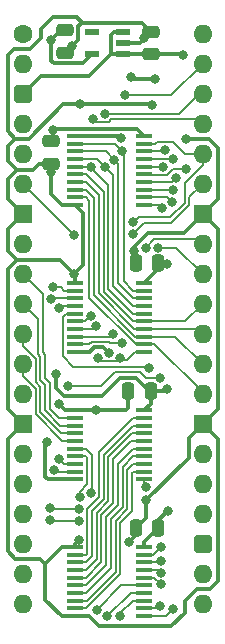
<source format=gtl>
%TF.GenerationSoftware,KiCad,Pcbnew,8.0.7*%
%TF.CreationDate,2025-01-07T17:58:54+02:00*%
%TF.ProjectId,Video Signal Dragger,56696465-6f20-4536-9967-6e616c204472,V0*%
%TF.SameCoordinates,Original*%
%TF.FileFunction,Copper,L1,Top*%
%TF.FilePolarity,Positive*%
%FSLAX46Y46*%
G04 Gerber Fmt 4.6, Leading zero omitted, Abs format (unit mm)*
G04 Created by KiCad (PCBNEW 8.0.7) date 2025-01-07 17:58:54*
%MOMM*%
%LPD*%
G01*
G04 APERTURE LIST*
G04 Aperture macros list*
%AMRoundRect*
0 Rectangle with rounded corners*
0 $1 Rounding radius*
0 $2 $3 $4 $5 $6 $7 $8 $9 X,Y pos of 4 corners*
0 Add a 4 corners polygon primitive as box body*
4,1,4,$2,$3,$4,$5,$6,$7,$8,$9,$2,$3,0*
0 Add four circle primitives for the rounded corners*
1,1,$1+$1,$2,$3*
1,1,$1+$1,$4,$5*
1,1,$1+$1,$6,$7*
1,1,$1+$1,$8,$9*
0 Add four rect primitives between the rounded corners*
20,1,$1+$1,$2,$3,$4,$5,0*
20,1,$1+$1,$4,$5,$6,$7,0*
20,1,$1+$1,$6,$7,$8,$9,0*
20,1,$1+$1,$8,$9,$2,$3,0*%
G04 Aperture macros list end*
%TA.AperFunction,SMDPad,CuDef*%
%ADD10R,1.475000X0.450000*%
%TD*%
%TA.AperFunction,ComponentPad*%
%ADD11C,1.600000*%
%TD*%
%TA.AperFunction,ComponentPad*%
%ADD12O,1.600000X1.600000*%
%TD*%
%TA.AperFunction,ComponentPad*%
%ADD13RoundRect,0.400000X-0.400000X-0.400000X0.400000X-0.400000X0.400000X0.400000X-0.400000X0.400000X0*%
%TD*%
%TA.AperFunction,ComponentPad*%
%ADD14R,1.600000X1.600000*%
%TD*%
%TA.AperFunction,SMDPad,CuDef*%
%ADD15RoundRect,0.250000X-0.475000X0.250000X-0.475000X-0.250000X0.475000X-0.250000X0.475000X0.250000X0*%
%TD*%
%TA.AperFunction,SMDPad,CuDef*%
%ADD16RoundRect,0.250000X0.250000X0.475000X-0.250000X0.475000X-0.250000X-0.475000X0.250000X-0.475000X0*%
%TD*%
%TA.AperFunction,SMDPad,CuDef*%
%ADD17RoundRect,0.250000X0.475000X-0.250000X0.475000X0.250000X-0.475000X0.250000X-0.475000X-0.250000X0*%
%TD*%
%TA.AperFunction,SMDPad,CuDef*%
%ADD18R,1.150000X0.600000*%
%TD*%
%TA.AperFunction,ViaPad*%
%ADD19C,0.800000*%
%TD*%
%TA.AperFunction,Conductor*%
%ADD20C,0.380000*%
%TD*%
%TA.AperFunction,Conductor*%
%ADD21C,0.200000*%
%TD*%
G04 APERTURE END LIST*
D10*
%TO.P,IC1,1,~{OE}*%
%TO.N,GND*%
X4428000Y-31873000D03*
%TO.P,IC1,2,D0*%
%TO.N,Vertical Blank _{HALF CYCLE}*%
X4428000Y-32523000D03*
%TO.P,IC1,3,D1*%
%TO.N,Vertical Sync _{HALF CYCLE}*%
X4428000Y-33173000D03*
%TO.P,IC1,4,D2*%
%TO.N,Horizontal Blank _{HALF CYCLE}*%
X4428000Y-33823000D03*
%TO.P,IC1,5,D3*%
%TO.N,Horizontal Sync _{HALF CYCLE}*%
X4428000Y-34473000D03*
%TO.P,IC1,6,D4*%
%TO.N,/Vertical Blank _{CYCLE 1}*%
X4428000Y-35123000D03*
%TO.P,IC1,7,D5*%
%TO.N,/Vertical Sync _{CYCLE 1}*%
X4428000Y-35773000D03*
%TO.P,IC1,8,D6*%
%TO.N,/Horizontal Blank _{CYCLE 1}*%
X4428000Y-36423000D03*
%TO.P,IC1,9,D7*%
%TO.N,/Horizontal Sync _{CYCLE 1}*%
X4428000Y-37073000D03*
%TO.P,IC1,10,GND*%
%TO.N,GND*%
X4428000Y-37723000D03*
%TO.P,IC1,11,CP*%
%TO.N,Pixel CLK*%
X10304000Y-37723000D03*
%TO.P,IC1,12,Q7*%
%TO.N,/Horizontal Sync _{CYCLE 2H}*%
X10304000Y-37073000D03*
%TO.P,IC1,13,Q6*%
%TO.N,/Horizontal Blank _{CYCLE 2H}*%
X10304000Y-36423000D03*
%TO.P,IC1,14,Q5*%
%TO.N,/Vertical Sync _{CYCLE 2H}*%
X10304000Y-35773000D03*
%TO.P,IC1,15,Q4*%
%TO.N,/Vertical Blank _{CYCLE 2H}*%
X10304000Y-35123000D03*
%TO.P,IC1,16,Q3*%
%TO.N,/Horizontal Sync _{CYCLE 1H}*%
X10304000Y-34473000D03*
%TO.P,IC1,17,Q2*%
%TO.N,/Horizontal Blank _{CYCLE 1H}*%
X10304000Y-33823000D03*
%TO.P,IC1,18,Q1*%
%TO.N,/Vertical Sync _{CYCLE 1H}*%
X10304000Y-33173000D03*
%TO.P,IC1,19,Q0*%
%TO.N,/Vertical Blank _{CYCLE 1H}*%
X10304000Y-32523000D03*
%TO.P,IC1,20,3V*%
%TO.N,/3.3V*%
X10304000Y-31873000D03*
%TD*%
%TO.P,IC4,1,~{OE}*%
%TO.N,GND*%
X4428000Y-8632000D03*
%TO.P,IC4,2,D0*%
%TO.N,Vertical Blank _{CYCLE 3H}*%
X4428000Y-9282000D03*
%TO.P,IC4,3,D1*%
%TO.N,Vertical Sync _{CYCLE 3H}*%
X4428000Y-9932000D03*
%TO.P,IC4,4,D2*%
%TO.N,Horizontal Blank _{CYCLE 3H}*%
X4428000Y-10582000D03*
%TO.P,IC4,5,D3*%
%TO.N,Horizontal Sync _{CYCLE 3H}*%
X4428000Y-11232000D03*
%TO.P,IC4,6,D4*%
%TO.N,Vertical Blank _{CYCLE 4H}*%
X4428000Y-11882000D03*
%TO.P,IC4,7,D5*%
%TO.N,Vertical Sync _{CYCLE 4H}*%
X4428000Y-12532000D03*
%TO.P,IC4,8,D6*%
%TO.N,Horizontal Blank _{CYCLE 4H}*%
X4428000Y-13182000D03*
%TO.P,IC4,9,D7*%
%TO.N,Horizontal Sync _{CYCLE 4H}*%
X4428000Y-13832000D03*
%TO.P,IC4,10,GND*%
%TO.N,GND*%
X4428000Y-14482000D03*
%TO.P,IC4,11,CP*%
%TO.N,~{Pixel CLK}*%
X10304000Y-14482000D03*
%TO.P,IC4,12,Q7*%
%TO.N,Horizontal Sync _{CYCLE 4}*%
X10304000Y-13832000D03*
%TO.P,IC4,13,Q6*%
%TO.N,Horizontal Blank _{CYCLE 4}*%
X10304000Y-13182000D03*
%TO.P,IC4,14,Q5*%
%TO.N,Vertical Sync _{CYCLE 4}*%
X10304000Y-12532000D03*
%TO.P,IC4,15,Q4*%
%TO.N,Vertical Blank _{CYCLE 4}*%
X10304000Y-11882000D03*
%TO.P,IC4,16,Q3*%
%TO.N,Horizontal Sync _{CYCLE 3}*%
X10304000Y-11232000D03*
%TO.P,IC4,17,Q2*%
%TO.N,Horizontal Blank _{CYCLE 3}*%
X10304000Y-10582000D03*
%TO.P,IC4,18,Q1*%
%TO.N,Vertical Sync _{CYCLE 3}*%
X10304000Y-9932000D03*
%TO.P,IC4,19,Q0*%
%TO.N,Vertical Blank _{CYCLE 3}*%
X10304000Y-9282000D03*
%TO.P,IC4,20,3V*%
%TO.N,/3.3V*%
X10304000Y-8632000D03*
%TD*%
D11*
%TO.P,J2,1,Pin_1*%
%TO.N,unconnected-(J2-Pin_1-Pad1)*%
X0Y0D03*
D12*
%TO.P,J2,2,Pin_2*%
%TO.N,unconnected-(J2-Pin_2-Pad2)*%
X0Y-2540000D03*
D13*
%TO.P,J2,3,Pin_3*%
%TO.N,5V*%
X0Y-5080000D03*
D12*
%TO.P,J2,4,Pin_4*%
%TO.N,unconnected-(J2-Pin_4-Pad4)*%
X0Y-7620000D03*
%TO.P,J2,5,Pin_5*%
%TO.N,unconnected-(J2-Pin_5-Pad5)*%
X0Y-10160000D03*
%TO.P,J2,6,Pin_6*%
%TO.N,Pixel CLK*%
X0Y-12700000D03*
D14*
%TO.P,J2,7,Pin_7*%
%TO.N,GND*%
X0Y-15240000D03*
D12*
%TO.P,J2,8,Pin_8*%
%TO.N,unconnected-(J2-Pin_8-Pad8)*%
X0Y-17780000D03*
%TO.P,J2,9,Pin_9*%
%TO.N,Vertical Blank _{HALF CYCLE}*%
X0Y-20320000D03*
%TO.P,J2,10,Pin_10*%
%TO.N,Vertical Sync _{HALF CYCLE}*%
X0Y-22860000D03*
%TO.P,J2,11,Pin_11*%
%TO.N,Horizontal Blank _{HALF CYCLE}*%
X0Y-25400000D03*
%TO.P,J2,12,Pin_12*%
%TO.N,Horizontal Sync _{HALF CYCLE}*%
X0Y-27940000D03*
%TO.P,J2,13,Pin_13*%
%TO.N,unconnected-(J2-Pin_13-Pad13)*%
X0Y-30480000D03*
D14*
%TO.P,J2,14,Pin_14*%
%TO.N,GND*%
X0Y-33020000D03*
D12*
%TO.P,J2,15,Pin_15*%
%TO.N,~{Pixel CLK}*%
X0Y-35560000D03*
%TO.P,J2,16,Pin_16*%
%TO.N,unconnected-(J2-Pin_16-Pad16)*%
X0Y-38100000D03*
%TO.P,J2,17,Pin_17*%
%TO.N,unconnected-(J2-Pin_17-Pad17)*%
X0Y-40640000D03*
%TO.P,J2,18,Pin_18*%
%TO.N,unconnected-(J2-Pin_18-Pad18)*%
X0Y-43180000D03*
%TO.P,J2,19,Pin_19*%
%TO.N,unconnected-(J2-Pin_19-Pad19)*%
X0Y-45720000D03*
%TO.P,J2,20,Pin_20*%
%TO.N,unconnected-(J2-Pin_20-Pad20)*%
X0Y-48260000D03*
%TO.P,J2,21,Pin_21*%
%TO.N,unconnected-(J2-Pin_21-Pad21)*%
X15240000Y-48260000D03*
%TO.P,J2,22,Pin_22*%
%TO.N,Horizontal Sync _{CYCLE 4}*%
X15240000Y-45720000D03*
D13*
%TO.P,J2,23,Pin_23*%
%TO.N,5V*%
X15240000Y-43180000D03*
D12*
%TO.P,J2,24,Pin_24*%
%TO.N,Horizontal Blank _{CYCLE 4}*%
X15240000Y-40640000D03*
%TO.P,J2,25,Pin_25*%
%TO.N,Vertical Sync _{CYCLE 4}*%
X15240000Y-38100000D03*
%TO.P,J2,26,Pin_26*%
%TO.N,Vertical Blank _{CYCLE 4}*%
X15240000Y-35560000D03*
D14*
%TO.P,J2,27,Pin_27*%
%TO.N,GND*%
X15240000Y-33020000D03*
D12*
%TO.P,J2,28,Pin_28*%
%TO.N,Horizontal Sync _{CYCLE 4H}*%
X15240000Y-30480000D03*
%TO.P,J2,29,Pin_29*%
%TO.N,Horizontal Blank _{CYCLE 4H}*%
X15240000Y-27940000D03*
%TO.P,J2,30,Pin_30*%
%TO.N,Vertical Sync _{CYCLE 4H}*%
X15240000Y-25400000D03*
%TO.P,J2,31,Pin_31*%
%TO.N,Vertical Blank _{CYCLE 4H}*%
X15240000Y-22860000D03*
%TO.P,J2,32,Pin_32*%
%TO.N,Horizontal Sync _{CYCLE 3}*%
X15240000Y-20320000D03*
%TO.P,J2,33,Pin_33*%
%TO.N,Horizontal Blank _{CYCLE 3}*%
X15240000Y-17780000D03*
D14*
%TO.P,J2,34,Pin_34*%
%TO.N,GND*%
X15240000Y-15240000D03*
D12*
%TO.P,J2,35,Pin_35*%
%TO.N,Vertical Sync _{CYCLE 3}*%
X15240000Y-12700000D03*
%TO.P,J2,36,Pin_36*%
%TO.N,Vertical Blank _{CYCLE 3}*%
X15240000Y-10160000D03*
%TO.P,J2,37,Pin_37*%
%TO.N,Horizontal Sync _{CYCLE 3H}*%
X15240000Y-7620000D03*
%TO.P,J2,38,Pin_38*%
%TO.N,Horizontal Blank _{CYCLE 3H}*%
X15240000Y-5080000D03*
%TO.P,J2,39,Pin_39*%
%TO.N,Vertical Sync _{CYCLE 3H}*%
X15240000Y-2540000D03*
%TO.P,J2,40,Pin_40*%
%TO.N,Vertical Blank _{CYCLE 3H}*%
X15240000Y0D03*
%TD*%
D15*
%TO.P,C4,1*%
%TO.N,/3.3V*%
X2413000Y-9099000D03*
%TO.P,C4,2*%
%TO.N,GND*%
X2413000Y-10999000D03*
%TD*%
D16*
%TO.P,C3,1*%
%TO.N,/3.3V*%
X11475000Y-19431000D03*
%TO.P,C3,2*%
%TO.N,GND*%
X9575000Y-19431000D03*
%TD*%
%TO.P,C2,1*%
%TO.N,/3.3V*%
X11475000Y-41816692D03*
%TO.P,C2,2*%
%TO.N,GND*%
X9575000Y-41816692D03*
%TD*%
D10*
%TO.P,IC2,1,~{OE}*%
%TO.N,GND*%
X4428000Y-43442292D03*
%TO.P,IC2,2,D0*%
%TO.N,/Vertical Blank _{CYCLE 1H}*%
X4428000Y-44092292D03*
%TO.P,IC2,3,D1*%
%TO.N,/Vertical Sync _{CYCLE 1H}*%
X4428000Y-44742292D03*
%TO.P,IC2,4,D2*%
%TO.N,/Horizontal Blank _{CYCLE 1H}*%
X4428000Y-45392292D03*
%TO.P,IC2,5,D3*%
%TO.N,/Horizontal Sync _{CYCLE 1H}*%
X4428000Y-46042292D03*
%TO.P,IC2,6,D4*%
%TO.N,/Vertical Blank _{CYCLE 2H}*%
X4428000Y-46692292D03*
%TO.P,IC2,7,D5*%
%TO.N,/Vertical Sync _{CYCLE 2H}*%
X4428000Y-47342292D03*
%TO.P,IC2,8,D6*%
%TO.N,/Horizontal Blank _{CYCLE 2H}*%
X4428000Y-47992292D03*
%TO.P,IC2,9,D7*%
%TO.N,/Horizontal Sync _{CYCLE 2H}*%
X4428000Y-48642292D03*
%TO.P,IC2,10,GND*%
%TO.N,GND*%
X4428000Y-49292292D03*
%TO.P,IC2,11,CP*%
%TO.N,~{Pixel CLK}*%
X10304000Y-49292292D03*
%TO.P,IC2,12,Q7*%
%TO.N,/Horizontal Sync _{CYCLE 2}*%
X10304000Y-48642292D03*
%TO.P,IC2,13,Q6*%
%TO.N,/Horizontal Blank _{CYCLE 2}*%
X10304000Y-47992292D03*
%TO.P,IC2,14,Q5*%
%TO.N,/Vertical Sync _{CYCLE 2}*%
X10304000Y-47342292D03*
%TO.P,IC2,15,Q4*%
%TO.N,/Vertical Blank _{CYCLE 2}*%
X10304000Y-46692292D03*
%TO.P,IC2,16,Q3*%
%TO.N,/Horizontal Sync _{CYCLE 1}*%
X10304000Y-46042292D03*
%TO.P,IC2,17,Q2*%
%TO.N,/Horizontal Blank _{CYCLE 1}*%
X10304000Y-45392292D03*
%TO.P,IC2,18,Q1*%
%TO.N,/Vertical Sync _{CYCLE 1}*%
X10304000Y-44742292D03*
%TO.P,IC2,19,Q0*%
%TO.N,/Vertical Blank _{CYCLE 1}*%
X10304000Y-44092292D03*
%TO.P,IC2,20,3V*%
%TO.N,/3.3V*%
X10304000Y-43442292D03*
%TD*%
D16*
%TO.P,C1,1*%
%TO.N,/3.3V*%
X10840000Y-30226000D03*
%TO.P,C1,2*%
%TO.N,GND*%
X8940000Y-30226000D03*
%TD*%
D15*
%TO.P,C9,1*%
%TO.N,/3.3V*%
X3602000Y301167D03*
%TO.P,C9,2*%
%TO.N,GND*%
X3602000Y-1598833D03*
%TD*%
D17*
%TO.P,C8,1*%
%TO.N,5V*%
X10866400Y-1719233D03*
%TO.P,C8,2*%
%TO.N,GND*%
X10866400Y180767D03*
%TD*%
D10*
%TO.P,IC3,1,~{OE}*%
%TO.N,GND*%
X4428000Y-21078000D03*
%TO.P,IC3,2,D0*%
%TO.N,/Vertical Blank _{CYCLE 2}*%
X4428000Y-21728000D03*
%TO.P,IC3,3,D1*%
%TO.N,/Vertical Sync _{CYCLE 2}*%
X4428000Y-22378000D03*
%TO.P,IC3,4,D2*%
%TO.N,/Horizontal Blank _{CYCLE 2}*%
X4428000Y-23028000D03*
%TO.P,IC3,5,D3*%
%TO.N,/Horizontal Sync _{CYCLE 2}*%
X4428000Y-23678000D03*
%TO.P,IC3,6,D4*%
%TO.N,Vertical Blank _{CYCLE 3}*%
X4428000Y-24328000D03*
%TO.P,IC3,7,D5*%
%TO.N,Vertical Sync _{CYCLE 3}*%
X4428000Y-24978000D03*
%TO.P,IC3,8,D6*%
%TO.N,Horizontal Blank _{CYCLE 3}*%
X4428000Y-25628000D03*
%TO.P,IC3,9,D7*%
%TO.N,Horizontal Sync _{CYCLE 3}*%
X4428000Y-26278000D03*
%TO.P,IC3,10,GND*%
%TO.N,GND*%
X4428000Y-26928000D03*
%TO.P,IC3,11,CP*%
%TO.N,Pixel CLK*%
X10304000Y-26928000D03*
%TO.P,IC3,12,Q7*%
%TO.N,Horizontal Sync _{CYCLE 4H}*%
X10304000Y-26278000D03*
%TO.P,IC3,13,Q6*%
%TO.N,Horizontal Blank _{CYCLE 4H}*%
X10304000Y-25628000D03*
%TO.P,IC3,14,Q5*%
%TO.N,Vertical Sync _{CYCLE 4H}*%
X10304000Y-24978000D03*
%TO.P,IC3,15,Q4*%
%TO.N,Vertical Blank _{CYCLE 4H}*%
X10304000Y-24328000D03*
%TO.P,IC3,16,Q3*%
%TO.N,Horizontal Sync _{CYCLE 3H}*%
X10304000Y-23678000D03*
%TO.P,IC3,17,Q2*%
%TO.N,Horizontal Blank _{CYCLE 3H}*%
X10304000Y-23028000D03*
%TO.P,IC3,18,Q1*%
%TO.N,Vertical Sync _{CYCLE 3H}*%
X10304000Y-22378000D03*
%TO.P,IC3,19,Q0*%
%TO.N,Vertical Blank _{CYCLE 3H}*%
X10304000Y-21728000D03*
%TO.P,IC3,20,3V*%
%TO.N,/3.3V*%
X10304000Y-21078000D03*
%TD*%
D18*
%TO.P,IC5,1,6VIn*%
%TO.N,5V*%
X8458000Y-1709833D03*
%TO.P,IC5,2,GND*%
%TO.N,GND*%
X8458000Y-759833D03*
%TO.P,IC5,3,EN*%
%TO.N,5V*%
X8458000Y190167D03*
%TO.P,IC5,4,ADJ*%
%TO.N,unconnected-(IC5-ADJ-Pad4)*%
X5858000Y190167D03*
%TO.P,IC5,5,3.3VOut*%
%TO.N,/3.3V*%
X5858000Y-1709833D03*
%TD*%
D19*
%TO.N,/3.3V*%
X12239998Y-30067653D03*
X2413000Y-507996D03*
X12276000Y-40386002D03*
X2540000Y-8128000D03*
X12199815Y-19447610D03*
X2790000Y-28829000D03*
%TO.N,/Vertical Blank _{CYCLE 1}*%
X5752036Y-38865559D03*
X11727000Y-43446290D03*
%TO.N,/Vertical Sync _{CYCLE 1}*%
X11701036Y-44607355D03*
X4826000Y-39243000D03*
%TO.N,/Horizontal Blank _{CYCLE 1}*%
X2357002Y-40102051D03*
X3065241Y-35960592D03*
X11683967Y-45607212D03*
X4753390Y-40240362D03*
%TO.N,/Horizontal Sync _{CYCLE 1}*%
X4764853Y-41240298D03*
X11684000Y-46607214D03*
X2286000Y-41148000D03*
X2694561Y-36889355D03*
%TO.N,GND*%
X11176000Y-3810000D03*
X10439998Y-39497000D03*
X9144000Y-3682994D03*
X7306179Y-27012207D03*
X4764000Y-42811288D03*
X9407213Y-18344187D03*
X4826000Y-5969000D03*
X6229808Y-31873000D03*
X4367448Y-20320022D03*
X10287000Y-381000D03*
X8305008Y-8807000D03*
X9002394Y-43014347D03*
X3048000Y-31369000D03*
X2413000Y-11684000D03*
X2032000Y-34544000D03*
X4191000Y-1016000D03*
X10961004Y-6008004D03*
X13795992Y-8889992D03*
%TO.N,5V*%
X13589000Y-1778000D03*
%TO.N,Pixel CLK*%
X4318000Y-17018008D03*
X10414000Y-38354000D03*
X6350000Y-27432000D03*
X8255000Y-27432000D03*
%TO.N,~{Pixel CLK}*%
X11660183Y-29112796D03*
X3810000Y-29845000D03*
X11763178Y-14710228D03*
X12739391Y-48713194D03*
%TO.N,Vertical Blank _{CYCLE 3}*%
X9377823Y-15946996D03*
X5767448Y-23853095D03*
%TO.N,Vertical Sync _{CYCLE 3}*%
X9349365Y-16965405D03*
X6190953Y-24758992D03*
X12063916Y-9844000D03*
%TO.N,Horizontal Blank _{CYCLE 3}*%
X12746281Y-10575015D03*
X10405247Y-18158224D03*
X7684649Y-25445266D03*
%TO.N,Horizontal Sync _{CYCLE 3}*%
X11490750Y-18101501D03*
X11913640Y-11275015D03*
X8382000Y-26162000D03*
%TO.N,Horizontal Sync _{CYCLE 3H}*%
X5969000Y-7227002D03*
X5772163Y-11299210D03*
%TO.N,Horizontal Blank _{CYCLE 3H}*%
X6982412Y-11305234D03*
X6985000Y-6759000D03*
%TO.N,Vertical Sync _{CYCLE 3H}*%
X7739674Y-10652120D03*
X8636000Y-5178994D03*
%TO.N,Vertical Blank _{CYCLE 3H}*%
X8446782Y-9945011D03*
%TO.N,Horizontal Sync _{CYCLE 4}*%
X12627778Y-14203917D03*
%TO.N,Horizontal Blank _{CYCLE 4}*%
X12699852Y-13206221D03*
%TO.N,Vertical Sync _{CYCLE 4}*%
X13001133Y-12171409D03*
%TO.N,Vertical Blank _{CYCLE 4}*%
X13861876Y-11451907D03*
%TO.N,/Horizontal Sync _{CYCLE 2}*%
X10668000Y-28321000D03*
X11620685Y-48475165D03*
%TO.N,/Horizontal Blank _{CYCLE 2}*%
X3101375Y-23233295D03*
X8285147Y-49325000D03*
%TO.N,/Vertical Sync _{CYCLE 2}*%
X7186581Y-49325000D03*
X2413000Y-22454479D03*
%TO.N,/Vertical Blank _{CYCLE 2}*%
X2540000Y-21463000D03*
X6306914Y-48751684D03*
%TD*%
D20*
%TO.N,GND*%
X-1270000Y-8255000D02*
X-635000Y-8890000D01*
X-1270000Y-1778000D02*
X-1270000Y-8255000D01*
X-762000Y-1270000D02*
X-1270000Y-1778000D01*
X635000Y-1270000D02*
X-762000Y-1270000D01*
X1524000Y381000D02*
X1524000Y-381000D01*
X2540000Y1397000D02*
X1524000Y381000D01*
X1524000Y-381000D02*
X635000Y-1270000D01*
X4579767Y1397000D02*
X2540000Y1397000D01*
X5029000Y947767D02*
X4579767Y1397000D01*
X5604292Y-49292292D02*
X4428000Y-49292292D01*
X6477000Y-50165000D02*
X5604292Y-49292292D01*
X12573000Y-50165000D02*
X6477000Y-50165000D01*
X13716000Y-49022000D02*
X12573000Y-50165000D01*
X13716000Y-48006000D02*
X13716000Y-49022000D01*
X14732000Y-46990000D02*
X13716000Y-48006000D01*
X15875000Y-46990000D02*
X14732000Y-46990000D01*
X16510000Y-46355000D02*
X15875000Y-46990000D01*
X16510000Y-34290000D02*
X16510000Y-46355000D01*
X15240000Y-33020000D02*
X16510000Y-34290000D01*
D21*
%TO.N,/Horizontal Blank _{CYCLE 2H}*%
X7874000Y-41234863D02*
X7874000Y-45558251D01*
X8866495Y-36923005D02*
X8866495Y-40242367D01*
X10304000Y-36423000D02*
X9366500Y-36423000D01*
%TO.N,/Horizontal Sync _{CYCLE 2H}*%
X9266524Y-37172976D02*
X9366500Y-37073000D01*
%TO.N,/Horizontal Blank _{CYCLE 2H}*%
X5439959Y-47992292D02*
X4428000Y-47992292D01*
%TO.N,/Horizontal Sync _{CYCLE 2H}*%
X9266524Y-40408025D02*
X9266524Y-37172976D01*
X8274000Y-41400549D02*
X9266524Y-40408025D01*
X5365500Y-48642292D02*
X8274000Y-45733792D01*
%TO.N,/Vertical Blank _{CYCLE 2}*%
X10304000Y-46692292D02*
X8366306Y-46692292D01*
%TO.N,/Vertical Sync _{CYCLE 2}*%
X10304000Y-47342292D02*
X9169289Y-47342292D01*
%TO.N,/Horizontal Blank _{CYCLE 2}*%
X9308171Y-47992292D02*
X8285147Y-49015316D01*
X8285147Y-49015316D02*
X8285147Y-49325000D01*
%TO.N,/Horizontal Sync _{CYCLE 2H}*%
X9366500Y-37073000D02*
X10304000Y-37073000D01*
%TO.N,/Horizontal Blank _{CYCLE 2H}*%
X8866495Y-40242367D02*
X7874000Y-41234863D01*
%TO.N,/Horizontal Sync _{CYCLE 2H}*%
X8274000Y-45733792D02*
X8274000Y-41400549D01*
%TO.N,/Vertical Sync _{CYCLE 2}*%
X9169289Y-47342292D02*
X7186581Y-49325000D01*
%TO.N,/Horizontal Blank _{CYCLE 2}*%
X10304000Y-47992292D02*
X9308171Y-47992292D01*
%TO.N,/Horizontal Blank _{CYCLE 2H}*%
X7874000Y-45558251D02*
X5439959Y-47992292D01*
%TO.N,/Horizontal Sync _{CYCLE 2H}*%
X4428000Y-48642292D02*
X5365500Y-48642292D01*
%TO.N,/Horizontal Blank _{CYCLE 2H}*%
X9366500Y-36423000D02*
X8866495Y-36923005D01*
%TO.N,/Vertical Blank _{CYCLE 2}*%
X8366306Y-46692292D02*
X6306914Y-48751684D01*
D20*
%TO.N,GND*%
X1507208Y-44450000D02*
X1905000Y-44847792D01*
X-635000Y-44450000D02*
X1507208Y-44450000D01*
X-1270000Y-34290000D02*
X-1270000Y-43815000D01*
X-1270000Y-43815000D02*
X-635000Y-44450000D01*
X0Y-33020000D02*
X-1270000Y-34290000D01*
X16510000Y-16510000D02*
X15240000Y-15240000D01*
X16510000Y-31750000D02*
X16510000Y-16510000D01*
X15240000Y-33020000D02*
X16510000Y-31750000D01*
X15747992Y-8889992D02*
X13795992Y-8889992D01*
X16510000Y-9652000D02*
X15747992Y-8889992D01*
X15240000Y-15240000D02*
X16510000Y-13970000D01*
X16510000Y-13970000D02*
X16510000Y-9652000D01*
X508000Y-8890000D02*
X3429000Y-5969000D01*
X-635000Y-8890000D02*
X508000Y-8890000D01*
X-1270000Y-9525000D02*
X-635000Y-8890000D01*
X-1270000Y-10748000D02*
X-1270000Y-9525000D01*
X3429000Y-5969000D02*
X4826000Y-5969000D01*
X-508000Y-11510000D02*
X-1270000Y-10748000D01*
X-1270000Y-12272000D02*
X-508000Y-11510000D01*
X0Y-15240000D02*
X-1270000Y-13970000D01*
X-1270000Y-13970000D02*
X-1270000Y-12272000D01*
X-1270000Y-18368000D02*
X-508000Y-19130000D01*
X-1270000Y-16510000D02*
X-1270000Y-18368000D01*
X0Y-15240000D02*
X-1270000Y-16510000D01*
X-1270000Y-31750000D02*
X0Y-33020000D01*
X-1270000Y-19892000D02*
X-1270000Y-31750000D01*
X-508000Y-19130000D02*
X-1270000Y-19892000D01*
%TO.N,/3.3V*%
X5858000Y-1709833D02*
X5079000Y-2488833D01*
X10693771Y-30226000D02*
X9578771Y-29111000D01*
X11475000Y-41816692D02*
X11475000Y-41187002D01*
X8227000Y-29111000D02*
X6703000Y-30635000D01*
X5079000Y-2488833D02*
X2615833Y-2488833D01*
X2651000Y-8017000D02*
X2540000Y-8128000D01*
X10304000Y-42987692D02*
X11475000Y-41816692D01*
X6703000Y-30635000D02*
X3482771Y-30635000D01*
X10840000Y-31324000D02*
X10840000Y-30689000D01*
X10304000Y-31860000D02*
X10840000Y-31324000D01*
X11475000Y-41187002D02*
X12276000Y-40386002D01*
X3482771Y-30635000D02*
X2790000Y-29942229D01*
X12081645Y-30226006D02*
X12239998Y-30067653D01*
X10304000Y-43442292D02*
X10304000Y-42987692D01*
X2615833Y-2488833D02*
X2413000Y-2286000D01*
X10304000Y-8632000D02*
X9689000Y-8017000D01*
X3222163Y301167D02*
X2413000Y-507996D01*
X2413000Y-2286000D02*
X2413000Y-507996D01*
X11475000Y-19431000D02*
X12183205Y-19431000D01*
X12183205Y-19431000D02*
X12199815Y-19447610D01*
X10840006Y-30226006D02*
X12081645Y-30226006D01*
X9578771Y-29111000D02*
X8227000Y-29111000D01*
X10304000Y-21078000D02*
X11475000Y-19907000D01*
X2790000Y-29942229D02*
X2790000Y-28829000D01*
X2540000Y-8972000D02*
X2540000Y-8128000D01*
X9689000Y-8017000D02*
X2651000Y-8017000D01*
D21*
%TO.N,/Vertical Blank _{CYCLE 1}*%
X11080998Y-44092292D02*
X11727000Y-43446290D01*
X5865500Y-35623000D02*
X5865500Y-38752095D01*
X5365500Y-35123000D02*
X5865500Y-35623000D01*
X10304000Y-44092292D02*
X11080998Y-44092292D01*
X5865500Y-38752095D02*
X5752036Y-38865559D01*
X4428000Y-35123000D02*
X5365500Y-35123000D01*
%TO.N,/Vertical Sync _{CYCLE 1}*%
X5465500Y-38128823D02*
X4826000Y-38768323D01*
X5365500Y-35773000D02*
X5465500Y-35873000D01*
X11566099Y-44742292D02*
X11701036Y-44607355D01*
X4428000Y-35773000D02*
X5365500Y-35773000D01*
X5465500Y-35873000D02*
X5465500Y-38128823D01*
X4826000Y-38768323D02*
X4826000Y-39243000D01*
X10304000Y-44742292D02*
X11566099Y-44742292D01*
%TO.N,/Horizontal Blank _{CYCLE 1}*%
X4428000Y-36423000D02*
X3527649Y-36423000D01*
X3527649Y-36423000D02*
X3065241Y-35960592D01*
X11469047Y-45392292D02*
X11683967Y-45607212D01*
X2357002Y-40102051D02*
X2495313Y-40240362D01*
X10304000Y-45392292D02*
X11469047Y-45392292D01*
X2495313Y-40240362D02*
X4753390Y-40240362D01*
%TO.N,/Horizontal Sync _{CYCLE 1}*%
X4428000Y-37073000D02*
X2878206Y-37073000D01*
X2378298Y-41240298D02*
X4764853Y-41240298D01*
X11119078Y-46042292D02*
X11684000Y-46607214D01*
X2286000Y-41148000D02*
X2378298Y-41240298D01*
X2878206Y-37073000D02*
X2694561Y-36889355D01*
X10304000Y-46042292D02*
X11119078Y-46042292D01*
%TO.N,/Horizontal Sync _{CYCLE 1H}*%
X7666495Y-39745310D02*
X6665500Y-40746305D01*
X7666495Y-36021506D02*
X7666495Y-39745310D01*
X9215001Y-34473000D02*
X7666495Y-36021506D01*
X6665500Y-44742292D02*
X5365500Y-46042292D01*
X6665500Y-40746305D02*
X6665500Y-44742292D01*
X5365500Y-46042292D02*
X4428000Y-46042292D01*
X10304000Y-34473000D02*
X9215001Y-34473000D01*
%TO.N,/Horizontal Blank _{CYCLE 1H}*%
X6265500Y-44492292D02*
X5365500Y-45392292D01*
X9299315Y-33823000D02*
X7266495Y-35855820D01*
X5365500Y-45392292D02*
X4428000Y-45392292D01*
X7266495Y-39579624D02*
X6265500Y-40580619D01*
X7266495Y-35855820D02*
X7266495Y-39579624D01*
X10304000Y-33823000D02*
X9299315Y-33823000D01*
X6265500Y-40580619D02*
X6265500Y-44492292D01*
%TO.N,/Vertical Sync _{CYCLE 1H}*%
X5865500Y-40414933D02*
X5865500Y-44242292D01*
X9366500Y-33173000D02*
X6866495Y-35673005D01*
X6866495Y-35673005D02*
X6866495Y-39413938D01*
X6866495Y-39413938D02*
X5865500Y-40414933D01*
X5865500Y-44242292D02*
X5365500Y-44742292D01*
X5365500Y-44742292D02*
X4428000Y-44742292D01*
X10304000Y-33173000D02*
X9366500Y-33173000D01*
%TO.N,/Vertical Blank _{CYCLE 1H}*%
X9366500Y-32523000D02*
X6466495Y-35423005D01*
X6466495Y-39248252D02*
X5465500Y-40249247D01*
X5465500Y-40249247D02*
X5465500Y-43992292D01*
X5365500Y-44092292D02*
X4428000Y-44092292D01*
X6466495Y-35423005D02*
X6466495Y-39248252D01*
X10304000Y-32523000D02*
X9366500Y-32523000D01*
X5465500Y-43992292D02*
X5365500Y-44092292D01*
D20*
%TO.N,GND*%
X8458000Y-759833D02*
X9925800Y-759833D01*
X3310500Y-49292292D02*
X4428000Y-49292292D01*
X10099400Y947767D02*
X5029000Y947767D01*
X4191000Y-1016000D02*
X4184833Y-1016000D01*
X4428000Y-14482000D02*
X5136000Y-15190000D01*
X4428000Y-8632000D02*
X8130008Y-8632000D01*
X1905000Y-37508197D02*
X1905000Y-34671000D01*
X4424000Y-37719000D02*
X2115803Y-37719000D01*
X3310500Y-43442292D02*
X1905000Y-44847792D01*
X10287000Y-381000D02*
X10304633Y-381000D01*
X10475992Y-39497000D02*
X10439998Y-39497000D01*
X4428000Y-43147288D02*
X4764000Y-42811288D01*
X4428000Y-31873000D02*
X6229808Y-31873000D01*
X8940000Y-30226000D02*
X8940000Y-31686164D01*
X2413000Y-10999000D02*
X1353000Y-10999000D01*
X6083651Y-26544000D02*
X6837972Y-26544000D01*
X3552000Y-31873000D02*
X3048000Y-31369000D01*
X4191000Y-1009833D02*
X4191000Y-1016000D01*
X9271006Y-3810000D02*
X11176000Y-3810000D01*
X14050000Y-34210000D02*
X14050000Y-35922992D01*
X9407213Y-18024787D02*
X9407213Y-18344187D01*
X4428000Y-20380574D02*
X4367448Y-20320022D01*
X9575000Y-41816692D02*
X9575000Y-42441741D01*
X8783164Y-31873000D02*
X8955000Y-31701164D01*
X2413000Y-11684000D02*
X2413000Y-10999000D01*
X6229808Y-31873000D02*
X8783164Y-31873000D01*
X4717000Y635767D02*
X4717000Y-483833D01*
X5136000Y-15190000D02*
X5136000Y-19551470D01*
X6837972Y-26544000D02*
X7306179Y-27012207D01*
X5699651Y-26928000D02*
X6083651Y-26544000D01*
X10304633Y-381000D02*
X10866400Y180767D01*
X15240000Y-33020000D02*
X14050000Y-34210000D01*
X2413000Y-13559500D02*
X2413000Y-11684000D01*
X4428000Y-31873000D02*
X3552000Y-31873000D01*
X-508000Y-19130000D02*
X3177426Y-19130000D01*
X10922000Y-5969000D02*
X10961004Y-6008004D01*
X8130008Y-8632000D02*
X8305008Y-8807000D01*
X5136000Y-19551470D02*
X4367448Y-20320022D01*
X4717000Y-483833D02*
X4191000Y-1009833D01*
X4428000Y-43442292D02*
X3310500Y-43442292D01*
X1353000Y-10999000D02*
X842000Y-11510000D01*
X10594771Y-16837229D02*
X9407213Y-18024787D01*
X9407213Y-19263213D02*
X9407213Y-18344187D01*
X3177426Y-19130000D02*
X4367448Y-20320022D01*
X9144000Y-3682994D02*
X9271006Y-3810000D01*
X4428000Y-26928000D02*
X5699651Y-26928000D01*
X8940000Y-31686164D02*
X8955000Y-31701164D01*
X13642771Y-16837229D02*
X10594771Y-16837229D01*
X3335500Y-14482000D02*
X2413000Y-13559500D01*
X9575000Y-41816692D02*
X10439998Y-40951694D01*
X842000Y-11510000D02*
X-508000Y-11510000D01*
X10866400Y180767D02*
X10099400Y947767D01*
X4428000Y-21078000D02*
X4428000Y-20380574D01*
X1905000Y-34671000D02*
X2032000Y-34544000D01*
X5029000Y947767D02*
X4717000Y635767D01*
X4428000Y-43442292D02*
X4428000Y-43147288D01*
X14050000Y-35922992D02*
X10475992Y-39497000D01*
X9575000Y-42441741D02*
X9002394Y-43014347D01*
X1905000Y-47886792D02*
X3310500Y-49292292D01*
X15240000Y-15240000D02*
X13642771Y-16837229D01*
X4826000Y-5969000D02*
X10922000Y-5969000D01*
X2115803Y-37719000D02*
X1905000Y-37508197D01*
X10439998Y-40951694D02*
X10439998Y-39497000D01*
X9925800Y-759833D02*
X10287000Y-398633D01*
X10287000Y-398633D02*
X10287000Y-381000D01*
X1905000Y-44847792D02*
X1905000Y-47886792D01*
X4428000Y-14482000D02*
X3335500Y-14482000D01*
X4184833Y-1016000D02*
X3602000Y-1598833D01*
%TO.N,5V*%
X7753000Y190167D02*
X7493000Y-69833D01*
X8458000Y-1709833D02*
X7491334Y-1709833D01*
X1524000Y-3556000D02*
X5645167Y-3556000D01*
X7491334Y-1709833D02*
X7433667Y-1767500D01*
X8458000Y190167D02*
X7753000Y190167D01*
X0Y-5080000D02*
X1524000Y-3556000D01*
X5645167Y-3556000D02*
X7433667Y-1767500D01*
X10866400Y-1719233D02*
X13530233Y-1719233D01*
X7493000Y-69833D02*
X7493000Y-1708167D01*
X13530233Y-1719233D02*
X13589000Y-1778000D01*
X7493000Y-1708167D02*
X7433667Y-1767500D01*
X10866400Y-1719233D02*
X8467400Y-1719233D01*
D21*
%TO.N,Vertical Blank _{HALF CYCLE}*%
X1712992Y-22032992D02*
X1712992Y-26965986D01*
X2300002Y-29527310D02*
X2300002Y-31717944D01*
X0Y-20320000D02*
X1712992Y-22032992D01*
X1900000Y-27152995D02*
X1900000Y-29127308D01*
X1900000Y-29127308D02*
X2300002Y-29527310D01*
X3105058Y-32523000D02*
X4428000Y-32523000D01*
X2300002Y-31717944D02*
X3105058Y-32523000D01*
X1712992Y-26965986D02*
X1900000Y-27152995D01*
%TO.N,Vertical Sync _{HALF CYCLE}*%
X1312992Y-27131671D02*
X1500000Y-27318680D01*
X1500000Y-27318680D02*
X1500000Y-29292994D01*
X1900002Y-31883630D02*
X3189372Y-33173000D01*
X1900002Y-29692996D02*
X1900002Y-31883630D01*
X1500000Y-29292994D02*
X1900002Y-29692996D01*
X3189372Y-33173000D02*
X4428000Y-33173000D01*
X1312992Y-24172992D02*
X1312992Y-27131671D01*
X0Y-22860000D02*
X1312992Y-24172992D01*
%TO.N,Horizontal Blank _{HALF CYCLE}*%
X1500000Y-29858680D02*
X1500000Y-32049314D01*
X1100000Y-27484365D02*
X1100000Y-29458680D01*
X1500000Y-32049314D02*
X3273686Y-33823000D01*
X0Y-26384365D02*
X1100000Y-27484365D01*
X3273686Y-33823000D02*
X4428000Y-33823000D01*
X0Y-25400000D02*
X0Y-26384365D01*
X1100000Y-29458680D02*
X1500000Y-29858680D01*
%TO.N,Horizontal Sync _{HALF CYCLE}*%
X3358000Y-34473000D02*
X4428000Y-34473000D01*
X1100000Y-32215000D02*
X3358000Y-34473000D01*
X0Y-28924365D02*
X1100000Y-30024365D01*
X1100000Y-30024365D02*
X1100000Y-32215000D01*
X0Y-27940000D02*
X0Y-28924365D01*
%TO.N,Pixel CLK*%
X10304000Y-26928000D02*
X9521000Y-26928000D01*
X0Y-12700000D02*
X4318000Y-17018000D01*
X4318000Y-17018000D02*
X4318000Y-17018008D01*
X10304000Y-38244000D02*
X10414000Y-38354000D01*
X9521000Y-26928000D02*
X8829607Y-27619393D01*
X8829607Y-27619393D02*
X8442393Y-27619393D01*
X8442393Y-27619393D02*
X8255000Y-27432000D01*
X7966226Y-27720774D02*
X6638774Y-27720774D01*
X6638774Y-27720774D02*
X6350000Y-27432000D01*
X8255000Y-27432000D02*
X7966226Y-27720774D01*
X10304000Y-37723000D02*
X10304000Y-38244000D01*
%TO.N,~{Pixel CLK}*%
X9978050Y-28621000D02*
X7828000Y-28621000D01*
X10469846Y-29112796D02*
X9978050Y-28621000D01*
X12160293Y-49292292D02*
X12739391Y-48713194D01*
X6604000Y-29845000D02*
X3810000Y-29845000D01*
X10304000Y-49292292D02*
X12160293Y-49292292D01*
X11534950Y-14482000D02*
X11763178Y-14710228D01*
X10304000Y-14482000D02*
X11534950Y-14482000D01*
X7828000Y-28621000D02*
X6604000Y-29845000D01*
X11660183Y-29112796D02*
X10469846Y-29112796D01*
%TO.N,Vertical Blank _{CYCLE 3}*%
X11241500Y-9282000D02*
X11379500Y-9144000D01*
X15240000Y-11076123D02*
X13716000Y-12600123D01*
X13716000Y-12600123D02*
X13716000Y-14293314D01*
X13742050Y-10160000D02*
X15240000Y-10160000D01*
X12726050Y-9144000D02*
X13742050Y-10160000D01*
X10304000Y-9282000D02*
X11241500Y-9282000D01*
X9830819Y-15494000D02*
X9377823Y-15946996D01*
X11379500Y-9144000D02*
X12726050Y-9144000D01*
X5292543Y-24328000D02*
X5767448Y-23853095D01*
X12515314Y-15494000D02*
X9830819Y-15494000D01*
X15240000Y-10160000D02*
X15240000Y-11076123D01*
X13716000Y-14293314D02*
X12515314Y-15494000D01*
X4428000Y-24328000D02*
X5292543Y-24328000D01*
%TO.N,Vertical Sync _{CYCLE 3}*%
X11975916Y-9932000D02*
X12063916Y-9844000D01*
X5971945Y-24978000D02*
X6190953Y-24758992D01*
X10304000Y-9932000D02*
X11975916Y-9932000D01*
X15240000Y-12700000D02*
X14116000Y-13824000D01*
X14116000Y-14459000D02*
X12573000Y-16002000D01*
X4428000Y-24978000D02*
X5971945Y-24978000D01*
X12573000Y-16002000D02*
X10312770Y-16002000D01*
X14116000Y-13824000D02*
X14116000Y-14459000D01*
X10312770Y-16002000D02*
X9349365Y-16965405D01*
%TO.N,Horizontal Blank _{CYCLE 3}*%
X14859000Y-17399000D02*
X11164471Y-17399000D01*
X4428000Y-25628000D02*
X7501915Y-25628000D01*
X7501915Y-25628000D02*
X7684649Y-25445266D01*
X12720823Y-10549557D02*
X12746281Y-10575015D01*
X11164471Y-17399000D02*
X10405247Y-18158224D01*
X10336443Y-10549557D02*
X12720823Y-10549557D01*
%TO.N,Horizontal Sync _{CYCLE 3}*%
X13021501Y-18101501D02*
X11490750Y-18101501D01*
X4428000Y-26278000D02*
X5656686Y-26278000D01*
X10304000Y-11232000D02*
X11870625Y-11232000D01*
X7409377Y-26162000D02*
X8382000Y-26162000D01*
X5656686Y-26278000D02*
X5880686Y-26054000D01*
X5880686Y-26054000D02*
X7301377Y-26054000D01*
X15240000Y-20320000D02*
X13021501Y-18101501D01*
X11870625Y-11232000D02*
X11913640Y-11275015D01*
X7301377Y-26054000D02*
X7409377Y-26162000D01*
%TO.N,Horizontal Sync _{CYCLE 4H}*%
X5657385Y-14123885D02*
X5365500Y-13832000D01*
X10304000Y-26278000D02*
X11165000Y-26278000D01*
X5365500Y-13832000D02*
X4428000Y-13832000D01*
X9564474Y-26278000D02*
X5657385Y-22370911D01*
X5657385Y-22370911D02*
X5657385Y-14123885D01*
X10304000Y-26278000D02*
X9564474Y-26278000D01*
X11165000Y-26278000D02*
X15240000Y-30353000D01*
%TO.N,Horizontal Blank _{CYCLE 4H}*%
X6057379Y-13873879D02*
X5365500Y-13182000D01*
X6057379Y-22143630D02*
X6057379Y-13873879D01*
X10304000Y-25628000D02*
X9541749Y-25628000D01*
X15240000Y-27940000D02*
X12928000Y-25628000D01*
X9541749Y-25628000D02*
X6057379Y-22143630D01*
X12928000Y-25628000D02*
X10304000Y-25628000D01*
X5365500Y-13182000D02*
X4428000Y-13182000D01*
%TO.N,Vertical Sync _{CYCLE 4H}*%
X6457373Y-13623873D02*
X5365500Y-12532000D01*
X6457373Y-21977939D02*
X6457373Y-13623873D01*
X10304000Y-24978000D02*
X9457434Y-24978000D01*
X9457434Y-24978000D02*
X6457373Y-21977939D01*
X5365500Y-12532000D02*
X4428000Y-12532000D01*
X10304000Y-24978000D02*
X14818000Y-24978000D01*
%TO.N,Vertical Blank _{CYCLE 4H}*%
X13772000Y-24328000D02*
X15240000Y-22860000D01*
X10304000Y-24328000D02*
X9373120Y-24328000D01*
X6857367Y-13373867D02*
X5365500Y-11882000D01*
X5365500Y-11882000D02*
X4428000Y-11882000D01*
X10304000Y-24328000D02*
X13772000Y-24328000D01*
X9373120Y-24328000D02*
X6857367Y-21812247D01*
X6857367Y-21812247D02*
X6857367Y-13373867D01*
%TO.N,Horizontal Sync _{CYCLE 3H}*%
X9366500Y-23678000D02*
X7257361Y-21568861D01*
X7257361Y-21568861D02*
X7257361Y-12831187D01*
X6200998Y-7459000D02*
X5969000Y-7227002D01*
X5704953Y-11232000D02*
X5772163Y-11299210D01*
X4428000Y-11232000D02*
X5704953Y-11232000D01*
X7494950Y-7239000D02*
X7274950Y-7459000D01*
X14859000Y-7239000D02*
X7494950Y-7239000D01*
X10304000Y-23678000D02*
X9366500Y-23678000D01*
X5772163Y-11345989D02*
X5772163Y-11299210D01*
X7257361Y-12831187D02*
X5772163Y-11345989D01*
X7274950Y-7459000D02*
X6200998Y-7459000D01*
%TO.N,Horizontal Blank _{CYCLE 3H}*%
X7657355Y-21318855D02*
X7657355Y-11980177D01*
X9366500Y-23028000D02*
X7657355Y-21318855D01*
X6259178Y-10582000D02*
X6982412Y-11305234D01*
X15113000Y-4953000D02*
X13270000Y-6796000D01*
X4428000Y-10582000D02*
X6259178Y-10582000D01*
X10304000Y-23028000D02*
X9366500Y-23028000D01*
X7022000Y-6796000D02*
X6985000Y-6759000D01*
X7657355Y-11980177D02*
X6982412Y-11305234D01*
X13270000Y-6796000D02*
X7022000Y-6796000D01*
%TO.N,Vertical Sync _{CYCLE 3H}*%
X9366500Y-22378000D02*
X8057355Y-21068855D01*
X7019554Y-9932000D02*
X7739674Y-10652120D01*
X15240000Y-2540000D02*
X12601006Y-5178994D01*
X10304000Y-22378000D02*
X9366500Y-22378000D01*
X12601006Y-5178994D02*
X8636000Y-5178994D01*
X4428000Y-9932000D02*
X7019554Y-9932000D01*
X8057355Y-10969801D02*
X7739674Y-10652120D01*
X8057355Y-21068855D02*
X8057355Y-10969801D01*
%TO.N,Vertical Blank _{CYCLE 3H}*%
X8572931Y-10071160D02*
X8446782Y-9945011D01*
X10304000Y-21728000D02*
X9366500Y-21728000D01*
X4428000Y-9282000D02*
X7783771Y-9282000D01*
X9366500Y-21728000D02*
X8572931Y-20934431D01*
X7783771Y-9282000D02*
X8446782Y-9945011D01*
X8572931Y-20934431D02*
X8572931Y-10071160D01*
%TO.N,Horizontal Sync _{CYCLE 4}*%
X12201861Y-13778000D02*
X12627778Y-14203917D01*
X10358000Y-13778000D02*
X12201861Y-13778000D01*
%TO.N,Horizontal Blank _{CYCLE 4}*%
X10304000Y-13182000D02*
X12675631Y-13182000D01*
X12675631Y-13182000D02*
X12699852Y-13206221D01*
%TO.N,Vertical Sync _{CYCLE 4}*%
X12666321Y-12506221D02*
X13001133Y-12171409D01*
X10329779Y-12506221D02*
X12666321Y-12506221D01*
%TO.N,Vertical Blank _{CYCLE 4}*%
X12207571Y-11975015D02*
X12730679Y-11451907D01*
X12730679Y-11451907D02*
X13861876Y-11451907D01*
X10397015Y-11975015D02*
X12207571Y-11975015D01*
%TO.N,/Horizontal Sync _{CYCLE 2}*%
X4428000Y-23678000D02*
X3680076Y-23678000D01*
X4273124Y-28194000D02*
X10541000Y-28194000D01*
X10304000Y-48642292D02*
X11453558Y-48642292D01*
X3680076Y-23678000D02*
X3386423Y-23971653D01*
X10541000Y-28194000D02*
X10668000Y-28321000D01*
X3386423Y-23971653D02*
X3386423Y-27307299D01*
X3386423Y-27307299D02*
X4273124Y-28194000D01*
X11453558Y-48642292D02*
X11620685Y-48475165D01*
%TO.N,/Horizontal Blank _{CYCLE 2}*%
X3306670Y-23028000D02*
X3101375Y-23233295D01*
X4428000Y-23028000D02*
X3306670Y-23028000D01*
%TO.N,/Vertical Sync _{CYCLE 2}*%
X4428000Y-22378000D02*
X2489479Y-22378000D01*
X2489479Y-22378000D02*
X2413000Y-22454479D01*
%TO.N,/Vertical Blank _{CYCLE 2}*%
X3490500Y-21728000D02*
X4428000Y-21728000D01*
X2540000Y-21463000D02*
X3225500Y-21463000D01*
X3225500Y-21463000D02*
X3490500Y-21728000D01*
%TO.N,/Vertical Sync _{CYCLE 2H}*%
X9366500Y-35773000D02*
X8466495Y-36673005D01*
X8466495Y-40076681D02*
X7465500Y-41077677D01*
X10304000Y-35773000D02*
X9366500Y-35773000D01*
X8466495Y-36673005D02*
X8466495Y-40076681D01*
X5365500Y-47342292D02*
X4428000Y-47342292D01*
X7465500Y-45242292D02*
X5365500Y-47342292D01*
X7465500Y-41077677D02*
X7465500Y-45242292D01*
%TO.N,/Vertical Blank _{CYCLE 2H}*%
X9366500Y-35123000D02*
X10304000Y-35123000D01*
X5365500Y-46692292D02*
X7065500Y-44992292D01*
X7065500Y-40911991D02*
X8066524Y-39910967D01*
X4428000Y-46692292D02*
X5365500Y-46692292D01*
X8066524Y-39910967D02*
X8066524Y-36422976D01*
X7065500Y-44992292D02*
X7065500Y-40911991D01*
X8066524Y-36422976D02*
X9366500Y-35123000D01*
%TD*%
M02*

</source>
